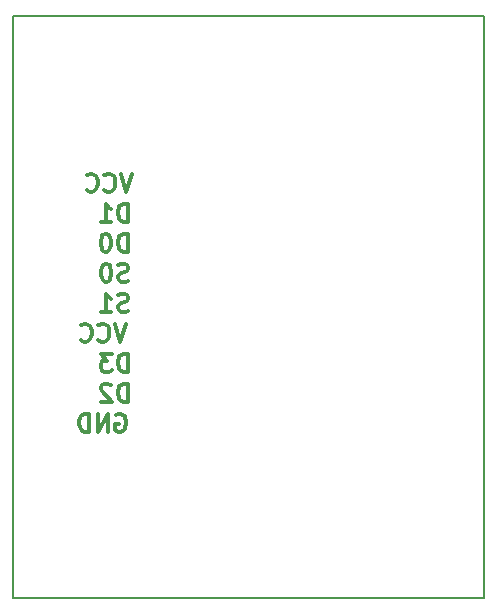
<source format=gbr>
%TF.GenerationSoftware,KiCad,Pcbnew,(5.1.10)-1*%
%TF.CreationDate,2021-09-08T09:18:34-03:00*%
%TF.ProjectId,SSC,5353432e-6b69-4636-9164-5f7063625858,rev?*%
%TF.SameCoordinates,Original*%
%TF.FileFunction,Legend,Bot*%
%TF.FilePolarity,Positive*%
%FSLAX46Y46*%
G04 Gerber Fmt 4.6, Leading zero omitted, Abs format (unit mm)*
G04 Created by KiCad (PCBNEW (5.1.10)-1) date 2021-09-08 09:18:34*
%MOMM*%
%LPD*%
G01*
G04 APERTURE LIST*
%ADD10C,0.300000*%
%TA.AperFunction,Profile*%
%ADD11C,0.150000*%
%TD*%
G04 APERTURE END LIST*
D10*
X123062857Y-74434000D02*
X123205714Y-74362571D01*
X123420000Y-74362571D01*
X123634285Y-74434000D01*
X123777142Y-74576857D01*
X123848571Y-74719714D01*
X123920000Y-75005428D01*
X123920000Y-75219714D01*
X123848571Y-75505428D01*
X123777142Y-75648285D01*
X123634285Y-75791142D01*
X123420000Y-75862571D01*
X123277142Y-75862571D01*
X123062857Y-75791142D01*
X122991428Y-75719714D01*
X122991428Y-75219714D01*
X123277142Y-75219714D01*
X122348571Y-75862571D02*
X122348571Y-74362571D01*
X121491428Y-75862571D01*
X121491428Y-74362571D01*
X120777142Y-75862571D02*
X120777142Y-74362571D01*
X120420000Y-74362571D01*
X120205714Y-74434000D01*
X120062857Y-74576857D01*
X119991428Y-74719714D01*
X119920000Y-75005428D01*
X119920000Y-75219714D01*
X119991428Y-75505428D01*
X120062857Y-75648285D01*
X120205714Y-75791142D01*
X120420000Y-75862571D01*
X120777142Y-75862571D01*
X124428000Y-54042571D02*
X123928000Y-55542571D01*
X123428000Y-54042571D01*
X122070857Y-55399714D02*
X122142285Y-55471142D01*
X122356571Y-55542571D01*
X122499428Y-55542571D01*
X122713714Y-55471142D01*
X122856571Y-55328285D01*
X122928000Y-55185428D01*
X122999428Y-54899714D01*
X122999428Y-54685428D01*
X122928000Y-54399714D01*
X122856571Y-54256857D01*
X122713714Y-54114000D01*
X122499428Y-54042571D01*
X122356571Y-54042571D01*
X122142285Y-54114000D01*
X122070857Y-54185428D01*
X120570857Y-55399714D02*
X120642285Y-55471142D01*
X120856571Y-55542571D01*
X120999428Y-55542571D01*
X121213714Y-55471142D01*
X121356571Y-55328285D01*
X121428000Y-55185428D01*
X121499428Y-54899714D01*
X121499428Y-54685428D01*
X121428000Y-54399714D01*
X121356571Y-54256857D01*
X121213714Y-54114000D01*
X120999428Y-54042571D01*
X120856571Y-54042571D01*
X120642285Y-54114000D01*
X120570857Y-54185428D01*
X124043142Y-58082571D02*
X124043142Y-56582571D01*
X123686000Y-56582571D01*
X123471714Y-56654000D01*
X123328857Y-56796857D01*
X123257428Y-56939714D01*
X123186000Y-57225428D01*
X123186000Y-57439714D01*
X123257428Y-57725428D01*
X123328857Y-57868285D01*
X123471714Y-58011142D01*
X123686000Y-58082571D01*
X124043142Y-58082571D01*
X121757428Y-58082571D02*
X122614571Y-58082571D01*
X122186000Y-58082571D02*
X122186000Y-56582571D01*
X122328857Y-56796857D01*
X122471714Y-56939714D01*
X122614571Y-57011142D01*
X124043142Y-60622571D02*
X124043142Y-59122571D01*
X123686000Y-59122571D01*
X123471714Y-59194000D01*
X123328857Y-59336857D01*
X123257428Y-59479714D01*
X123186000Y-59765428D01*
X123186000Y-59979714D01*
X123257428Y-60265428D01*
X123328857Y-60408285D01*
X123471714Y-60551142D01*
X123686000Y-60622571D01*
X124043142Y-60622571D01*
X122257428Y-59122571D02*
X122114571Y-59122571D01*
X121971714Y-59194000D01*
X121900285Y-59265428D01*
X121828857Y-59408285D01*
X121757428Y-59694000D01*
X121757428Y-60051142D01*
X121828857Y-60336857D01*
X121900285Y-60479714D01*
X121971714Y-60551142D01*
X122114571Y-60622571D01*
X122257428Y-60622571D01*
X122400285Y-60551142D01*
X122471714Y-60479714D01*
X122543142Y-60336857D01*
X122614571Y-60051142D01*
X122614571Y-59694000D01*
X122543142Y-59408285D01*
X122471714Y-59265428D01*
X122400285Y-59194000D01*
X122257428Y-59122571D01*
X124078857Y-63091142D02*
X123864571Y-63162571D01*
X123507428Y-63162571D01*
X123364571Y-63091142D01*
X123293142Y-63019714D01*
X123221714Y-62876857D01*
X123221714Y-62734000D01*
X123293142Y-62591142D01*
X123364571Y-62519714D01*
X123507428Y-62448285D01*
X123793142Y-62376857D01*
X123936000Y-62305428D01*
X124007428Y-62234000D01*
X124078857Y-62091142D01*
X124078857Y-61948285D01*
X124007428Y-61805428D01*
X123936000Y-61734000D01*
X123793142Y-61662571D01*
X123436000Y-61662571D01*
X123221714Y-61734000D01*
X122293142Y-61662571D02*
X122150285Y-61662571D01*
X122007428Y-61734000D01*
X121936000Y-61805428D01*
X121864571Y-61948285D01*
X121793142Y-62234000D01*
X121793142Y-62591142D01*
X121864571Y-62876857D01*
X121936000Y-63019714D01*
X122007428Y-63091142D01*
X122150285Y-63162571D01*
X122293142Y-63162571D01*
X122436000Y-63091142D01*
X122507428Y-63019714D01*
X122578857Y-62876857D01*
X122650285Y-62591142D01*
X122650285Y-62234000D01*
X122578857Y-61948285D01*
X122507428Y-61805428D01*
X122436000Y-61734000D01*
X122293142Y-61662571D01*
X124078857Y-65631142D02*
X123864571Y-65702571D01*
X123507428Y-65702571D01*
X123364571Y-65631142D01*
X123293142Y-65559714D01*
X123221714Y-65416857D01*
X123221714Y-65274000D01*
X123293142Y-65131142D01*
X123364571Y-65059714D01*
X123507428Y-64988285D01*
X123793142Y-64916857D01*
X123936000Y-64845428D01*
X124007428Y-64774000D01*
X124078857Y-64631142D01*
X124078857Y-64488285D01*
X124007428Y-64345428D01*
X123936000Y-64274000D01*
X123793142Y-64202571D01*
X123436000Y-64202571D01*
X123221714Y-64274000D01*
X121793142Y-65702571D02*
X122650285Y-65702571D01*
X122221714Y-65702571D02*
X122221714Y-64202571D01*
X122364571Y-64416857D01*
X122507428Y-64559714D01*
X122650285Y-64631142D01*
X123920000Y-66742571D02*
X123420000Y-68242571D01*
X122920000Y-66742571D01*
X121562857Y-68099714D02*
X121634285Y-68171142D01*
X121848571Y-68242571D01*
X121991428Y-68242571D01*
X122205714Y-68171142D01*
X122348571Y-68028285D01*
X122420000Y-67885428D01*
X122491428Y-67599714D01*
X122491428Y-67385428D01*
X122420000Y-67099714D01*
X122348571Y-66956857D01*
X122205714Y-66814000D01*
X121991428Y-66742571D01*
X121848571Y-66742571D01*
X121634285Y-66814000D01*
X121562857Y-66885428D01*
X120062857Y-68099714D02*
X120134285Y-68171142D01*
X120348571Y-68242571D01*
X120491428Y-68242571D01*
X120705714Y-68171142D01*
X120848571Y-68028285D01*
X120920000Y-67885428D01*
X120991428Y-67599714D01*
X120991428Y-67385428D01*
X120920000Y-67099714D01*
X120848571Y-66956857D01*
X120705714Y-66814000D01*
X120491428Y-66742571D01*
X120348571Y-66742571D01*
X120134285Y-66814000D01*
X120062857Y-66885428D01*
X124043142Y-70782571D02*
X124043142Y-69282571D01*
X123686000Y-69282571D01*
X123471714Y-69354000D01*
X123328857Y-69496857D01*
X123257428Y-69639714D01*
X123186000Y-69925428D01*
X123186000Y-70139714D01*
X123257428Y-70425428D01*
X123328857Y-70568285D01*
X123471714Y-70711142D01*
X123686000Y-70782571D01*
X124043142Y-70782571D01*
X122686000Y-69282571D02*
X121757428Y-69282571D01*
X122257428Y-69854000D01*
X122043142Y-69854000D01*
X121900285Y-69925428D01*
X121828857Y-69996857D01*
X121757428Y-70139714D01*
X121757428Y-70496857D01*
X121828857Y-70639714D01*
X121900285Y-70711142D01*
X122043142Y-70782571D01*
X122471714Y-70782571D01*
X122614571Y-70711142D01*
X122686000Y-70639714D01*
X124043142Y-73322571D02*
X124043142Y-71822571D01*
X123686000Y-71822571D01*
X123471714Y-71894000D01*
X123328857Y-72036857D01*
X123257428Y-72179714D01*
X123186000Y-72465428D01*
X123186000Y-72679714D01*
X123257428Y-72965428D01*
X123328857Y-73108285D01*
X123471714Y-73251142D01*
X123686000Y-73322571D01*
X124043142Y-73322571D01*
X122614571Y-71965428D02*
X122543142Y-71894000D01*
X122400285Y-71822571D01*
X122043142Y-71822571D01*
X121900285Y-71894000D01*
X121828857Y-71965428D01*
X121757428Y-72108285D01*
X121757428Y-72251142D01*
X121828857Y-72465428D01*
X122686000Y-73322571D01*
X121757428Y-73322571D01*
D11*
X154178000Y-40640000D02*
X114300000Y-40640000D01*
X154178000Y-89916000D02*
X154178000Y-40640000D01*
X114300000Y-89916000D02*
X154178000Y-89916000D01*
X114300000Y-89408000D02*
X114300000Y-89916000D01*
X114300000Y-40640000D02*
X114300000Y-89408000D01*
M02*

</source>
